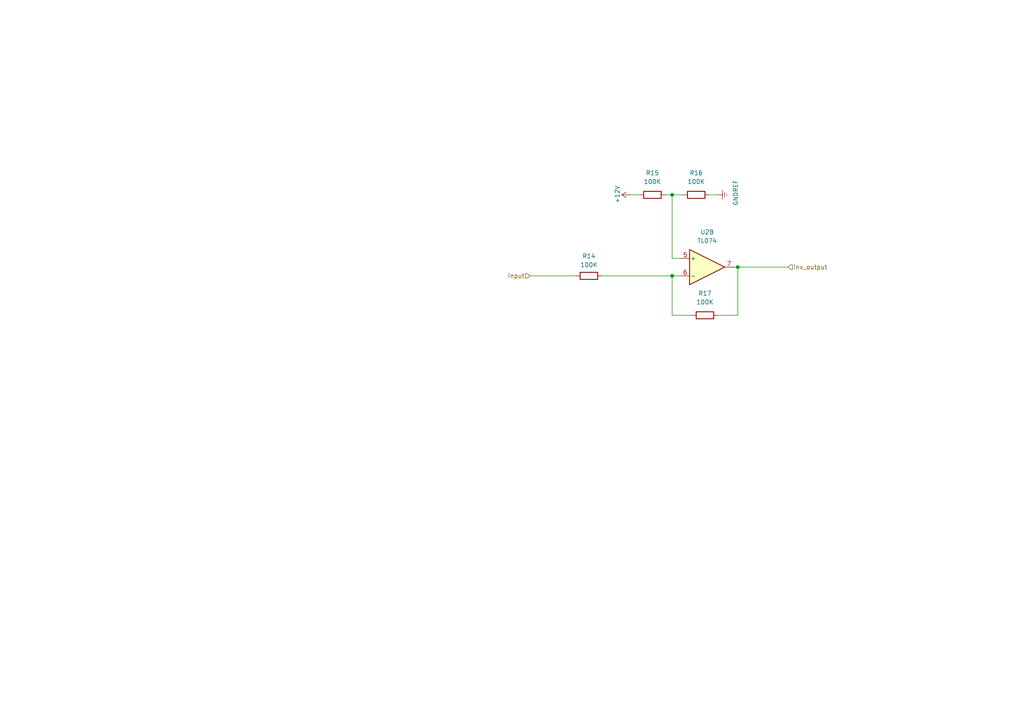
<source format=kicad_sch>
(kicad_sch (version 20230121) (generator eeschema)
  (paper "A4")
  (lib_symbols
    (symbol "Amplifier_Operational:TL074" (pin_names (offset 0.127))
      (property "Reference" "U" (at 0 5.08 0))
      (property "Value" "TL074" (at 0 -5.08 0))
      (symbol "TL074_1_1"
        (polyline (pts (xy -5.08 5.08) (xy 5.08 0) (xy -5.08 -5.08) (xy -5.08 5.08)) (stroke (width 0.254)) (fill (type background)))
        (pin output line (at 7.62 0 180) (length 2.54) (name "~") (number "1"))
        (pin input line (at -7.62 -2.54 0) (length 2.54) (name "-") (number "2"))
        (pin input line (at -7.62 2.54 0) (length 2.54) (name "+") (number "3"))
      )
      (symbol "TL074_2_1"
        (polyline (pts (xy -5.08 5.08) (xy 5.08 0) (xy -5.08 -5.08) (xy -5.08 5.08)) (stroke (width 0.254)) (fill (type background)))
        (pin input line (at -7.62 2.54 0) (length 2.54) (name "+") (number "5"))
        (pin input line (at -7.62 -2.54 0) (length 2.54) (name "-") (number "6"))
        (pin output line (at 7.62 0 180) (length 2.54) (name "~") (number "7"))
      )
      (symbol "TL074_3_1"
        (polyline (pts (xy -5.08 5.08) (xy 5.08 0) (xy -5.08 -5.08) (xy -5.08 5.08)) (stroke (width 0.254)) (fill (type background)))
        (pin input line (at -7.62 2.54 0) (length 2.54) (name "+") (number "10"))
        (pin output line (at 7.62 0 180) (length 2.54) (name "~") (number "8"))
        (pin input line (at -7.62 -2.54 0) (length 2.54) (name "-") (number "9"))
      )
      (symbol "TL074_4_1"
        (polyline (pts (xy -5.08 5.08) (xy 5.08 0) (xy -5.08 -5.08) (xy -5.08 5.08)) (stroke (width 0.254)) (fill (type background)))
        (pin input line (at -7.62 2.54 0) (length 2.54) (name "+") (number "12"))
        (pin input line (at -7.62 -2.54 0) (length 2.54) (name "-") (number "13"))
        (pin output line (at 7.62 0 180) (length 2.54) (name "~") (number "14"))
      )
      (symbol "TL074_5_1"
        (pin power_in line (at -2.54 -7.62 90) (length 3.81) (name "V-") (number "11"))
        (pin power_in line (at -2.54 7.62 270) (length 3.81) (name "V+") (number "4"))
      )
    )
    (symbol "Device:R" (pin_numbers hide) (pin_names (offset 0))
      (property "Reference" "R" (at 2.032 0 90))
      (property "Value" "R" (at 0 0 90))
      (symbol "R_0_1"
        (rectangle (start -1.016 -2.54) (end 1.016 2.54) (stroke (width 0.254)))
      )
      (symbol "R_1_1"
        (pin passive line (at 0 3.81 270) (length 1.27) (name "~") (number "1"))
        (pin passive line (at 0 -3.81 90) (length 1.27) (name "~") (number "2"))
      )
    )
    (symbol "power:+12V" (power) (pin_names (offset 0))
      (property "Value" "+12V" (at 0 3.556 0))
      (symbol "+12V_0_1"
        (polyline (pts (xy -0.762 1.27) (xy 0 2.54)))
        (polyline (pts (xy 0 0) (xy 0 2.54)))
        (polyline (pts (xy 0 2.54) (xy 0.762 1.27)))
      )
      (symbol "+12V_1_1"
        (pin power_in line (at 0 0 90) (length 0) hide (name "+12V") (number "1"))
      )
    )
    (symbol "power:GNDREF" (power) (pin_names (offset 0))
      (property "Value" "GNDREF" (at 0 -3.81 0))
      (symbol "GNDREF_0_1"
        (polyline (pts (xy -0.635 -1.905) (xy 0.635 -1.905)))
        (polyline (pts (xy -0.127 -2.54) (xy 0.127 -2.54)))
        (polyline (pts (xy 0 -1.27) (xy 0 0)))
        (polyline (pts (xy 1.27 -1.27) (xy -1.27 -1.27)))
      )
      (symbol "GNDREF_1_1"
        (pin power_in line (at 0 0 270) (length 0) hide (name "GNDREF") (number "1"))
      )
    )
  )
  (junction (at 194.945 56.515))
  (junction (at 213.995 77.47))
  (junction (at 194.945 80.01))
  (wire (pts (xy 174.625 80.01) (xy 194.945 80.01)))
  (wire (pts (xy 208.28 56.515) (xy 205.74 56.515)))
  (wire (pts (xy 194.945 56.515) (xy 194.945 74.93)))
  (wire (pts (xy 213.995 77.47) (xy 228.6 77.47)))
  (wire (pts (xy 194.945 91.44) (xy 200.66 91.44)))
  (wire (pts (xy 213.995 91.44) (xy 213.995 77.47)))
  (wire (pts (xy 208.28 91.44) (xy 213.995 91.44)))
  (wire (pts (xy 194.945 80.01) (xy 194.945 91.44)))
  (wire (pts (xy 182.88 56.515) (xy 185.42 56.515)))
  (wire (pts (xy 193.04 56.515) (xy 194.945 56.515)))
  (wire (pts (xy 212.725 77.47) (xy 213.995 77.47)))
  (wire (pts (xy 194.945 56.515) (xy 198.12 56.515)))
  (wire (pts (xy 153.67 80.01) (xy 167.005 80.01)))
  (wire (pts (xy 194.945 74.93) (xy 197.485 74.93)))
  (wire (pts (xy 194.945 80.01) (xy 197.485 80.01)))
  (hierarchical_label "inv_output" (shape input) (at 228.6 77.47 0))
  (hierarchical_label "input" (shape input) (at 153.67 80.01 180))
  (symbol (lib_id "power:GNDREF") (at 208.28 56.515 90) (unit 1)
    (property "Reference" "#PWR029" (effects hide))
    (property "Value" "GNDREF" (at 213.36 59.69 0) (effects (justify left)))
  )
  (symbol (lib_id "Device:R") (at 189.23 56.515 90) (unit 1)
    (property "Reference" "R15" (at 189.23 50.165 90))
    (property "Value" "100K" (at 189.23 52.705 90))
    (property "Footprint" "synth-custom:R_default" (effects hide))
  )
  (symbol (lib_id "Device:R") (at 204.47 91.44 90) (unit 1)
    (property "Reference" "R17" (at 204.47 85.09 90))
    (property "Value" "100K" (at 204.47 87.63 90))
    (property "Footprint" "synth-custom:R_default" (effects hide))
  )
  (symbol (lib_id "Device:R") (at 201.93 56.515 90) (unit 1)
    (property "Reference" "R16" (at 201.93 50.165 90))
    (property "Value" "100K" (at 201.93 52.705 90))
    (property "Footprint" "synth-custom:R_default" (effects hide))
  )
  (symbol (lib_id "power:+12V") (at 182.88 56.515 90) (unit 1)
    (property "Reference" "#PWR028" (effects hide))
    (property "Value" "+12V" (at 179.07 59.055 0) (effects (justify left)))
  )
  (symbol (lib_id "Amplifier_Operational:TL074") (at 205.105 77.47 0) (unit 2)
    (property "Reference" "U2" (at 205.105 67.31 0))
    (property "Value" "TL074" (at 205.105 69.85 0))
    (property "Footprint" "Package_DIP:DIP-14_W7.62mm_Socket_LongPads" (effects hide))
    (property "Datasheet" "http://www.ti.com/lit/ds/symlink/tl071.pdf" (effects hide))
  )
  (symbol (lib_id "Device:R") (at 170.815 80.01 270) (unit 1)
    (property "Reference" "R14" (at 170.815 74.295 90))
    (property "Value" "100K" (at 170.815 76.835 90))
    (property "Footprint" "synth-custom:R_default" (effects hide))
  )
)
</source>
